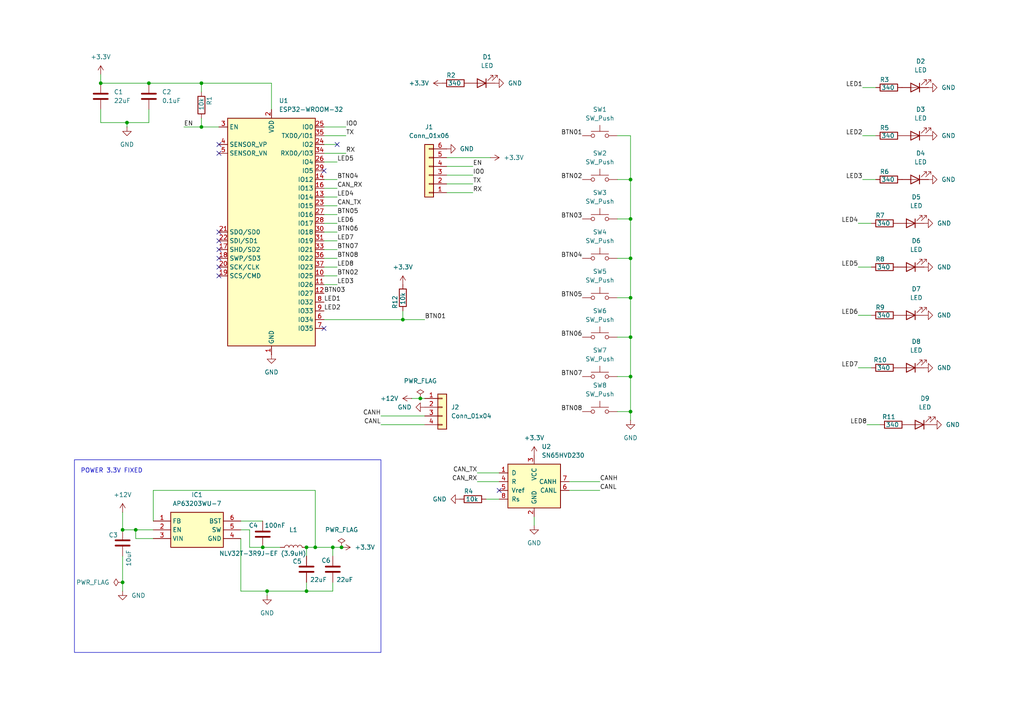
<source format=kicad_sch>
(kicad_sch (version 20250114) (generator "eeschema") (generator_version "9.0")
  (paper "A4")
  (lib_symbols
    (symbol "Connector_Generic:Conn_01x04" (pin_names (offset 1.016) (hide yes))
      (property "Reference" "J" (at 0 5.08 0))
      (property "Value" "Conn_01x04" (at 0 -7.62 0))
      (symbol "Conn_01x04_1_1"
        (rectangle (start -1.27 3.81) (end 1.27 -6.35) (stroke (width 0.254)) (fill (type background)))
        (rectangle (start -1.27 2.667) (end 0 2.413) (stroke (width 0.1524)))
        (rectangle (start -1.27 0.127) (end 0 -0.127) (stroke (width 0.1524)))
        (rectangle (start -1.27 -2.413) (end 0 -2.667) (stroke (width 0.1524)))
        (rectangle (start -1.27 -4.953) (end 0 -5.207) (stroke (width 0.1524)))
        (pin passive line (at -5.08 2.54 0) (length 3.81) (name "Pin_1") (number "1"))
        (pin passive line (at -5.08 0 0) (length 3.81) (name "Pin_2") (number "2"))
        (pin passive line (at -5.08 -2.54 0) (length 3.81) (name "Pin_3") (number "3"))
        (pin passive line (at -5.08 -5.08 0) (length 3.81) (name "Pin_4") (number "4"))
      )
    )
    (symbol "Connector_Generic:Conn_01x06" (pin_names (offset 1.016) (hide yes))
      (property "Reference" "J" (at 0 7.62 0))
      (property "Value" "Conn_01x06" (at 0 -10.16 0))
      (symbol "Conn_01x06_1_1"
        (rectangle (start -1.27 6.35) (end 1.27 -8.89) (stroke (width 0.254)) (fill (type background)))
        (rectangle (start -1.27 5.207) (end 0 4.953) (stroke (width 0.1524)))
        (rectangle (start -1.27 2.667) (end 0 2.413) (stroke (width 0.1524)))
        (rectangle (start -1.27 0.127) (end 0 -0.127) (stroke (width 0.1524)))
        (rectangle (start -1.27 -2.413) (end 0 -2.667) (stroke (width 0.1524)))
        (rectangle (start -1.27 -4.953) (end 0 -5.207) (stroke (width 0.1524)))
        (rectangle (start -1.27 -7.493) (end 0 -7.747) (stroke (width 0.1524)))
        (pin passive line (at -5.08 5.08 0) (length 3.81) (name "Pin_1") (number "1"))
        (pin passive line (at -5.08 2.54 0) (length 3.81) (name "Pin_2") (number "2"))
        (pin passive line (at -5.08 0 0) (length 3.81) (name "Pin_3") (number "3"))
        (pin passive line (at -5.08 -2.54 0) (length 3.81) (name "Pin_4") (number "4"))
        (pin passive line (at -5.08 -5.08 0) (length 3.81) (name "Pin_5") (number "5"))
        (pin passive line (at -5.08 -7.62 0) (length 3.81) (name "Pin_6") (number "6"))
      )
    )
    (symbol "Converter_DCDC:AP63203WU-7"
      (property "Reference" "IC" (at 21.59 7.62 0))
      (property "Value" "AP63203WU-7" (at 21.59 5.08 0))
      (symbol "AP63203WU-7_1_1"
        (rectangle (start 5.08 2.54) (end 20.32 -7.62) (stroke (width 0.254)) (fill (type background)))
        (pin passive line (at 0 0 0) (length 5.08) (name "FB") (number "1"))
        (pin passive line (at 0 -2.54 0) (length 5.08) (name "EN") (number "2"))
        (pin passive line (at 0 -5.08 0) (length 5.08) (name "VIN") (number "3"))
        (pin passive line (at 25.4 0 180) (length 5.08) (name "BST") (number "6"))
        (pin passive line (at 25.4 -2.54 180) (length 5.08) (name "SW") (number "5"))
        (pin passive line (at 25.4 -5.08 180) (length 5.08) (name "GND") (number "4"))
      )
    )
    (symbol "Device:C" (pin_numbers (hide yes)) (pin_names (offset 0.254))
      (property "Reference" "C" (at 0.635 2.54 0))
      (property "Value" "C" (at 0.635 -2.54 0))
      (symbol "C_0_1"
        (polyline (pts (xy -2.032 0.762) (xy 2.032 0.762)) (stroke (width 0.508)))
        (polyline (pts (xy -2.032 -0.762) (xy 2.032 -0.762)) (stroke (width 0.508)))
      )
      (symbol "C_1_1"
        (pin passive line (at 0 3.81 270) (length 2.794) (name "~") (number "1"))
        (pin passive line (at 0 -3.81 90) (length 2.794) (name "~") (number "2"))
      )
    )
    (symbol "Device:L" (pin_numbers (hide yes)) (pin_names (offset 1.016) (hide yes))
      (property "Reference" "L" (at -1.27 0 90))
      (property "Value" "L" (at 1.905 0 90))
      (symbol "L_0_1"
        (arc (start 0 2.54) (mid 0.6323 1.905) (end 0 1.27))
        (arc (start 0 1.27) (mid 0.6323 0.635) (end 0 0))
        (arc (start 0 0) (mid 0.6323 -0.635) (end 0 -1.27))
        (arc (start 0 -1.27) (mid 0.6323 -1.905) (end 0 -2.54))
      )
      (symbol "L_1_1"
        (pin passive line (at 0 3.81 270) (length 1.27) (name "1") (number "1"))
        (pin passive line (at 0 -3.81 90) (length 1.27) (name "2") (number "2"))
      )
    )
    (symbol "Device:LED" (pin_numbers (hide yes)) (pin_names (offset 1.016) (hide yes))
      (property "Reference" "D" (at 0 2.54 0))
      (property "Value" "LED" (at 0 -2.54 0))
      (symbol "LED_0_1"
        (polyline (pts (xy -3.048 -0.762) (xy -4.572 -2.286) (xy -3.81 -2.286) (xy -4.572 -2.286) (xy -4.572 -1.524)))
        (polyline (pts (xy -1.778 -0.762) (xy -3.302 -2.286) (xy -2.54 -2.286) (xy -3.302 -2.286) (xy -3.302 -1.524)))
        (polyline (pts (xy -1.27 0) (xy 1.27 0)))
        (polyline (pts (xy -1.27 -1.27) (xy -1.27 1.27)) (stroke (width 0.254)))
        (polyline (pts (xy 1.27 -1.27) (xy 1.27 1.27) (xy -1.27 0) (xy 1.27 -1.27)) (stroke (width 0.254)))
      )
      (symbol "LED_1_1"
        (pin passive line (at -3.81 0 0) (length 2.54) (name "K") (number "1"))
        (pin passive line (at 3.81 0 180) (length 2.54) (name "A") (number "2"))
      )
    )
    (symbol "Device:R" (pin_numbers (hide yes)) (pin_names (offset 0))
      (property "Reference" "R" (at 2.032 0 90))
      (property "Value" "R" (at 0 0 90))
      (symbol "R_0_1"
        (rectangle (start -1.016 -2.54) (end 1.016 2.54) (stroke (width 0.254)))
      )
      (symbol "R_1_1"
        (pin passive line (at 0 3.81 270) (length 1.27) (name "~") (number "1"))
        (pin passive line (at 0 -3.81 90) (length 1.27) (name "~") (number "2"))
      )
    )
    (symbol "Interface_CAN_LIN:SN65HVD230" (pin_names (offset 1.016))
      (property "Reference" "U" (at -2.54 10.16 0))
      (property "Value" "SN65HVD230" (at -2.54 7.62 0))
      (symbol "SN65HVD230_0_1"
        (rectangle (start -7.62 5.08) (end 7.62 -7.62) (stroke (width 0.254)) (fill (type background)))
      )
      (symbol "SN65HVD230_1_1"
        (pin input line (at -10.16 2.54 0) (length 2.54) (name "D") (number "1"))
        (pin output line (at -10.16 0 0) (length 2.54) (name "R") (number "4"))
        (pin output line (at -10.16 -2.54 0) (length 2.54) (name "Vref") (number "5"))
        (pin input line (at -10.16 -5.08 0) (length 2.54) (name "Rs") (number "8"))
        (pin power_in line (at 0 7.62 270) (length 2.54) (name "VCC") (number "3"))
        (pin power_in line (at 0 -10.16 90) (length 2.54) (name "GND") (number "2"))
        (pin bidirectional line (at 10.16 0 180) (length 2.54) (name "CANH") (number "7"))
        (pin bidirectional line (at 10.16 -2.54 180) (length 2.54) (name "CANL") (number "6"))
      )
    )
    (symbol "RF_Module:ESP32-WROOM-32"
      (property "Reference" "U" (at -12.7 34.29 0))
      (property "Value" "ESP32-WROOM-32" (at 1.27 34.29 0))
      (symbol "ESP32-WROOM-32_0_1"
        (rectangle (start -12.7 33.02) (end 12.7 -33.02) (stroke (width 0.254)) (fill (type background)))
      )
      (symbol "ESP32-WROOM-32_1_1"
        (pin input line (at -15.24 30.48 0) (length 2.54) (name "EN") (number "3"))
        (pin input line (at -15.24 25.4 0) (length 2.54) (name "SENSOR_VP") (number "4"))
        (pin input line (at -15.24 22.86 0) (length 2.54) (name "SENSOR_VN") (number "5"))
        (pin bidirectional line (at -15.24 0 0) (length 2.54) (name "SDO/SD0") (number "21"))
        (pin bidirectional line (at -15.24 -2.54 0) (length 2.54) (name "SDI/SD1") (number "22"))
        (pin bidirectional line (at -15.24 -5.08 0) (length 2.54) (name "SHD/SD2") (number "17"))
        (pin bidirectional line (at -15.24 -7.62 0) (length 2.54) (name "SWP/SD3") (number "18"))
        (pin bidirectional line (at -15.24 -10.16 0) (length 2.54) (name "SCK/CLK") (number "20"))
        (pin bidirectional line (at -15.24 -12.7 0) (length 2.54) (name "SCS/CMD") (number "19"))
        (pin no_connect line (at -12.7 -27.94 0) (length 2.54) (hide yes) (name "NC") (number "32"))
        (pin power_in line (at 0 35.56 270) (length 2.54) (name "VDD") (number "2"))
        (pin power_in line (at 0 -35.56 90) (length 2.54) (name "GND") (number "1"))
        (pin passive line (at 0 -35.56 90) (length 2.54) (hide yes) (name "GND") (number "15"))
        (pin passive line (at 0 -35.56 90) (length 2.54) (hide yes) (name "GND") (number "38"))
        (pin passive line (at 0 -35.56 90) (length 2.54) (hide yes) (name "GND") (number "39"))
        (pin bidirectional line (at 15.24 30.48 180) (length 2.54) (name "IO0") (number "25"))
        (pin bidirectional line (at 15.24 27.94 180) (length 2.54) (name "TXD0/IO1") (number "35"))
        (pin bidirectional line (at 15.24 25.4 180) (length 2.54) (name "IO2") (number "24"))
        (pin bidirectional line (at 15.24 22.86 180) (length 2.54) (name "RXD0/IO3") (number "34"))
        (pin bidirectional line (at 15.24 20.32 180) (length 2.54) (name "IO4") (number "26"))
        (pin bidirectional line (at 15.24 17.78 180) (length 2.54) (name "IO5") (number "29"))
        (pin bidirectional line (at 15.24 15.24 180) (length 2.54) (name "IO12") (number "14"))
        (pin bidirectional line (at 15.24 12.7 180) (length 2.54) (name "IO13") (number "16"))
        (pin bidirectional line (at 15.24 10.16 180) (length 2.54) (name "IO14") (number "13"))
        (pin bidirectional line (at 15.24 7.62 180) (length 2.54) (name "IO15") (number "23"))
        (pin bidirectional line (at 15.24 5.08 180) (length 2.54) (name "IO16") (number "27"))
        (pin bidirectional line (at 15.24 2.54 180) (length 2.54) (name "IO17") (number "28"))
        (pin bidirectional line (at 15.24 0 180) (length 2.54) (name "IO18") (number "30"))
        (pin bidirectional line (at 15.24 -2.54 180) (length 2.54) (name "IO19") (number "31"))
        (pin bidirectional line (at 15.24 -5.08 180) (length 2.54) (name "IO21") (number "33"))
        (pin bidirectional line (at 15.24 -7.62 180) (length 2.54) (name "IO22") (number "36"))
        (pin bidirectional line (at 15.24 -10.16 180) (length 2.54) (name "IO23") (number "37"))
        (pin bidirectional line (at 15.24 -12.7 180) (length 2.54) (name "IO25") (number "10"))
        (pin bidirectional line (at 15.24 -15.24 180) (length 2.54) (name "IO26") (number "11"))
        (pin bidirectional line (at 15.24 -17.78 180) (length 2.54) (name "IO27") (number "12"))
        (pin bidirectional line (at 15.24 -20.32 180) (length 2.54) (name "IO32") (number "8"))
        (pin bidirectional line (at 15.24 -22.86 180) (length 2.54) (name "IO33") (number "9"))
        (pin input line (at 15.24 -25.4 180) (length 2.54) (name "IO34") (number "6"))
        (pin input line (at 15.24 -27.94 180) (length 2.54) (name "IO35") (number "7"))
      )
    )
    (symbol "Switch:SW_Push" (pin_numbers (hide yes)) (pin_names (offset 1.016) (hide yes))
      (property "Reference" "SW" (at 1.27 2.54 0))
      (property "Value" "SW_Push" (at 0 -1.524 0))
      (symbol "SW_Push_0_1"
        (circle (center -2.032 0) (radius 0.508))
        (polyline (pts (xy 0 1.27) (xy 0 3.048)))
        (circle (center 2.032 0) (radius 0.508))
        (polyline (pts (xy 2.54 1.27) (xy -2.54 1.27)))
        (pin passive line (at -5.08 0 0) (length 2.54) (name "1") (number "1"))
        (pin passive line (at 5.08 0 180) (length 2.54) (name "2") (number "2"))
      )
    )
    (symbol "power:+12V" (power) (pin_numbers (hide yes)) (pin_names (offset 0) (hide yes))
      (property "Value" "+12V" (at 0 3.556 0))
      (symbol "+12V_0_1"
        (polyline (pts (xy -0.762 1.27) (xy 0 2.54)))
        (polyline (pts (xy 0 2.54) (xy 0.762 1.27)))
        (polyline (pts (xy 0 0) (xy 0 2.54)))
      )
      (symbol "+12V_1_1"
        (pin power_in line (at 0 0 90) (length 0) (name "~") (number "1"))
      )
    )
    (symbol "power:+3.3V" (power) (pin_numbers (hide yes)) (pin_names (offset 0) (hide yes))
      (property "Value" "+3.3V" (at 0 3.556 0))
      (symbol "+3.3V_0_1"
        (polyline (pts (xy -0.762 1.27) (xy 0 2.54)))
        (polyline (pts (xy 0 2.54) (xy 0.762 1.27)))
        (polyline (pts (xy 0 0) (xy 0 2.54)))
      )
      (symbol "+3.3V_1_1"
        (pin power_in line (at 0 0 90) (length 0) (name "~") (number "1"))
      )
    )
    (symbol "power:GND" (power) (pin_numbers (hide yes)) (pin_names (offset 0) (hide yes))
      (property "Value" "GND" (at 0 -3.81 0))
      (symbol "GND_0_1"
        (polyline (pts (xy 0 0) (xy 0 -1.27) (xy 1.27 -1.27) (xy 0 -2.54) (xy -1.27 -1.27) (xy 0 -1.27)))
      )
      (symbol "GND_1_1"
        (pin power_in line (at 0 0 270) (length 0) (name "~") (number "1"))
      )
    )
    (symbol "power:PWR_FLAG" (power) (pin_numbers (hide yes)) (pin_names (offset 0) (hide yes))
      (property "Value" "PWR_FLAG" (at 0 3.81 0))
      (symbol "PWR_FLAG_0_0"
        (pin power_out line (at 0 0 90) (length 0) (name "~") (number "1"))
      )
      (symbol "PWR_FLAG_0_1"
        (polyline (pts (xy 0 0) (xy 0 1.27) (xy -1.016 1.905) (xy 0 2.54) (xy 1.016 1.905) (xy 0 1.27)))
      )
    )
  )
  (rectangle (start 21.59 133.35) (end 110.49 189.23))
  (text "POWER 3.3V FIXED" (at 23.368 135.89 0) (effects (font (size 1.27 1.27)) (justify left top)))
  (junction (at 58.42 36.83))
  (junction (at 182.88 97.79))
  (junction (at 182.88 109.22))
  (junction (at 35.56 153.67))
  (junction (at 36.83 35.56))
  (junction (at 58.42 24.13))
  (junction (at 88.9 171.45))
  (junction (at 88.9 158.75))
  (junction (at 39.37 153.67))
  (junction (at 29.21 24.13))
  (junction (at 96.52 158.75))
  (junction (at 182.88 74.93))
  (junction (at 182.88 63.5))
  (junction (at 91.44 158.75))
  (junction (at 35.56 168.91))
  (junction (at 182.88 86.36))
  (junction (at 182.88 52.07))
  (junction (at 76.2 158.75))
  (junction (at 116.84 92.71))
  (junction (at 99.06 158.75))
  (junction (at 182.88 119.38))
  (junction (at 121.92 115.57))
  (junction (at 77.47 171.45))
  (junction (at 43.18 24.13))
  (no_connect (at 63.5 67.31))
  (no_connect (at 63.5 44.45))
  (no_connect (at 63.5 77.47))
  (no_connect (at 63.5 41.91))
  (no_connect (at 63.5 80.01))
  (no_connect (at 144.78 142.24))
  (no_connect (at 63.5 74.93))
  (no_connect (at 97.79 41.91))
  (no_connect (at 93.98 49.53))
  (no_connect (at 63.5 72.39))
  (no_connect (at 93.98 95.25))
  (no_connect (at 63.5 69.85))
  (wire (pts (xy 179.07 119.38) (xy 182.88 119.38)))
  (wire (pts (xy 44.45 142.24) (xy 44.45 151.13)))
  (wire (pts (xy 138.43 139.7) (xy 144.78 139.7)))
  (wire (pts (xy 179.07 63.5) (xy 182.88 63.5)))
  (wire (pts (xy 35.56 168.91) (xy 35.56 171.45)))
  (wire (pts (xy 250.19 25.4) (xy 254 25.4)))
  (wire (pts (xy 69.85 151.13) (xy 76.2 151.13)))
  (wire (pts (xy 123.19 92.71) (xy 116.84 92.71)))
  (wire (pts (xy 179.07 97.79) (xy 182.88 97.79)))
  (wire (pts (xy 182.88 74.93) (xy 182.88 86.36)))
  (wire (pts (xy 182.88 86.36) (xy 182.88 97.79)))
  (wire (pts (xy 182.88 52.07) (xy 182.88 63.5)))
  (wire (pts (xy 69.85 153.67) (xy 72.39 153.67)))
  (wire (pts (xy 69.85 171.45) (xy 77.47 171.45)))
  (wire (pts (xy 182.88 109.22) (xy 182.88 119.38)))
  (wire (pts (xy 39.37 153.67) (xy 44.45 153.67)))
  (wire (pts (xy 96.52 168.91) (xy 96.52 171.45)))
  (wire (pts (xy 58.42 34.29) (xy 58.42 36.83)))
  (wire (pts (xy 72.39 153.67) (xy 72.39 158.75)))
  (wire (pts (xy 179.07 52.07) (xy 182.88 52.07)))
  (wire (pts (xy 29.21 35.56) (xy 36.83 35.56)))
  (wire (pts (xy 91.44 158.75) (xy 96.52 158.75)))
  (wire (pts (xy 88.9 168.91) (xy 88.9 171.45)))
  (wire (pts (xy 29.21 21.59) (xy 29.21 24.13)))
  (wire (pts (xy 36.83 35.56) (xy 36.83 36.83)))
  (wire (pts (xy 250.19 39.37) (xy 254 39.37)))
  (wire (pts (xy 77.47 171.45) (xy 88.9 171.45)))
  (wire (pts (xy 93.98 41.91) (xy 97.79 41.91)))
  (wire (pts (xy 97.79 80.01) (xy 93.98 80.01)))
  (wire (pts (xy 58.42 24.13) (xy 78.74 24.13)))
  (wire (pts (xy 39.37 156.21) (xy 44.45 156.21)))
  (wire (pts (xy 72.39 158.75) (xy 76.2 158.75)))
  (wire (pts (xy 29.21 24.13) (xy 43.18 24.13)))
  (wire (pts (xy 97.79 74.93) (xy 93.98 74.93)))
  (wire (pts (xy 138.43 137.16) (xy 144.78 137.16)))
  (wire (pts (xy 35.56 153.67) (xy 39.37 153.67)))
  (wire (pts (xy 116.84 90.17) (xy 116.84 92.71)))
  (wire (pts (xy 58.42 26.67) (xy 58.42 24.13)))
  (wire (pts (xy 250.19 52.07) (xy 254 52.07)))
  (wire (pts (xy 96.52 158.75) (xy 99.06 158.75)))
  (wire (pts (xy 129.54 45.72) (xy 142.24 45.72)))
  (wire (pts (xy 137.16 55.88) (xy 129.54 55.88)))
  (wire (pts (xy 179.07 74.93) (xy 182.88 74.93)))
  (wire (pts (xy 43.18 24.13) (xy 58.42 24.13)))
  (wire (pts (xy 97.79 57.15) (xy 93.98 57.15)))
  (wire (pts (xy 97.79 64.77) (xy 93.98 64.77)))
  (wire (pts (xy 97.79 77.47) (xy 93.98 77.47)))
  (wire (pts (xy 97.79 82.55) (xy 93.98 82.55)))
  (wire (pts (xy 78.74 24.13) (xy 78.74 31.75)))
  (wire (pts (xy 248.92 106.68) (xy 252.73 106.68)))
  (wire (pts (xy 137.16 53.34) (xy 129.54 53.34)))
  (wire (pts (xy 248.92 77.47) (xy 252.73 77.47)))
  (wire (pts (xy 36.83 35.56) (xy 43.18 35.56)))
  (wire (pts (xy 93.98 44.45) (xy 100.33 44.45)))
  (wire (pts (xy 35.56 148.59) (xy 35.56 153.67)))
  (wire (pts (xy 91.44 142.24) (xy 44.45 142.24)))
  (wire (pts (xy 53.34 36.83) (xy 58.42 36.83)))
  (wire (pts (xy 154.94 152.4) (xy 154.94 149.86)))
  (wire (pts (xy 97.79 69.85) (xy 93.98 69.85)))
  (wire (pts (xy 173.99 142.24) (xy 165.1 142.24)))
  (wire (pts (xy 93.98 36.83) (xy 100.33 36.83)))
  (wire (pts (xy 77.47 171.45) (xy 77.47 172.72)))
  (wire (pts (xy 110.49 123.19) (xy 123.19 123.19)))
  (wire (pts (xy 97.79 59.69) (xy 93.98 59.69)))
  (wire (pts (xy 110.49 120.65) (xy 123.19 120.65)))
  (wire (pts (xy 182.88 63.5) (xy 182.88 74.93)))
  (wire (pts (xy 182.88 97.79) (xy 182.88 109.22)))
  (wire (pts (xy 182.88 39.37) (xy 182.88 52.07)))
  (wire (pts (xy 251.46 123.19) (xy 255.27 123.19)))
  (wire (pts (xy 121.92 115.57) (xy 123.19 115.57)))
  (wire (pts (xy 140.97 144.78) (xy 144.78 144.78)))
  (wire (pts (xy 93.98 39.37) (xy 100.33 39.37)))
  (wire (pts (xy 248.92 64.77) (xy 252.73 64.77)))
  (wire (pts (xy 88.9 171.45) (xy 96.52 171.45)))
  (wire (pts (xy 173.99 139.7) (xy 165.1 139.7)))
  (wire (pts (xy 97.79 46.99) (xy 93.98 46.99)))
  (wire (pts (xy 91.44 158.75) (xy 91.44 142.24)))
  (wire (pts (xy 97.79 72.39) (xy 93.98 72.39)))
  (wire (pts (xy 43.18 31.75) (xy 43.18 35.56)))
  (wire (pts (xy 76.2 158.75) (xy 81.28 158.75)))
  (wire (pts (xy 35.56 161.29) (xy 35.56 168.91)))
  (wire (pts (xy 179.07 86.36) (xy 182.88 86.36)))
  (wire (pts (xy 39.37 156.21) (xy 39.37 153.67)))
  (wire (pts (xy 96.52 161.29) (xy 96.52 158.75)))
  (wire (pts (xy 97.79 54.61) (xy 93.98 54.61)))
  (wire (pts (xy 179.07 109.22) (xy 182.88 109.22)))
  (wire (pts (xy 137.16 50.8) (xy 129.54 50.8)))
  (wire (pts (xy 29.21 31.75) (xy 29.21 35.56)))
  (wire (pts (xy 116.84 92.71) (xy 93.98 92.71)))
  (wire (pts (xy 137.16 48.26) (xy 129.54 48.26)))
  (wire (pts (xy 248.92 91.44) (xy 252.73 91.44)))
  (wire (pts (xy 119.38 115.57) (xy 121.92 115.57)))
  (wire (pts (xy 69.85 156.21) (xy 69.85 171.45)))
  (wire (pts (xy 182.88 119.38) (xy 182.88 121.92)))
  (wire (pts (xy 97.79 67.31) (xy 93.98 67.31)))
  (wire (pts (xy 97.79 52.07) (xy 93.98 52.07)))
  (wire (pts (xy 97.79 62.23) (xy 93.98 62.23)))
  (wire (pts (xy 58.42 36.83) (xy 63.5 36.83)))
  (wire (pts (xy 88.9 158.75) (xy 91.44 158.75)))
  (wire (pts (xy 179.07 39.37) (xy 182.88 39.37)))
  (wire (pts (xy 88.9 161.29) (xy 88.9 158.75)))
  (label "BTN07" (at 97.79 72.39 0))
  (label "BTN03" (at 93.98 85.09 0))
  (label "TX" (at 137.16 53.34 0))
  (label "BTN05" (at 97.79 62.23 0))
  (label "CANL" (at 110.49 123.19 180))
  (label "BTN08" (at 168.91 119.38 180))
  (label "LED2" (at 250.19 39.37 180))
  (label "BTN08" (at 97.79 74.93 0))
  (label "CAN_TX" (at 97.79 59.69 0))
  (label "CAN_TX" (at 138.43 137.16 180))
  (label "IO0" (at 100.33 36.83 0))
  (label "BTN07" (at 168.91 109.22 180))
  (label "BTN04" (at 168.91 74.93 180))
  (label "LED1" (at 93.98 87.63 0))
  (label "BTN04" (at 97.79 52.07 0))
  (label "LED6" (at 248.92 91.44 180))
  (label "CANL" (at 173.99 142.24 0))
  (label "LED5" (at 97.79 46.99 0))
  (label "RX" (at 137.16 55.88 0))
  (label "EN" (at 137.16 48.26 0))
  (label "BTN05" (at 168.91 86.36 180))
  (label "LED1" (at 250.19 25.4 180))
  (label "LED3" (at 250.19 52.07 180))
  (label "RX" (at 100.33 44.45 0))
  (label "CAN_RX" (at 97.79 54.61 0))
  (label "CAN_RX" (at 138.43 139.7 180))
  (label "LED2" (at 93.98 90.17 0))
  (label "LED7" (at 248.92 106.68 180))
  (label "LED4" (at 97.79 57.15 0))
  (label "LED4" (at 248.92 64.77 180))
  (label "TX" (at 100.33 39.37 0))
  (label "LED8" (at 251.46 123.19 180))
  (label "BTN02" (at 168.91 52.07 180))
  (label "CANH" (at 173.99 139.7 0))
  (label "LED3" (at 97.79 82.55 0))
  (label "IO0" (at 137.16 50.8 0))
  (label "BTN06" (at 97.79 67.31 0))
  (label "CANH" (at 110.49 120.65 180))
  (label "BTN03" (at 168.91 63.5 180))
  (label "BTN02" (at 97.79 80.01 0))
  (label "LED5" (at 248.92 77.47 180))
  (label "LED6" (at 97.79 64.77 0))
  (label "BTN01" (at 168.91 39.37 180))
  (label "BTN01" (at 123.19 92.71 0))
  (label "LED7" (at 97.79 69.85 0))
  (label "EN" (at 53.34 36.83 0))
  (label "LED8" (at 97.79 77.47 0))
  (label "BTN06" (at 168.91 97.79 180))
  (symbol (lib_id "Device:R") (at 257.81 52.07 90) (unit 1)
    (property "Reference" "R6" (at 256.54 49.784 90))
    (property "Value" "340" (at 257.556 52.07 90))
    (property "Footprint" "Resistor_SMD:R_1206_3216Metric_Pad1.30x1.75mm_HandSolder" (effects (hide yes)))
    (property "Description" "Resistor" (effects (hide yes)))
  )
  (symbol (lib_id "Device:C") (at 29.21 27.94 0) (unit 1)
    (property "Reference" "C1" (at 33.02 26.6699 0) (effects (justify left)))
    (property "Value" "22uF" (at 33.02 29.2099 0) (effects (justify left)))
    (property "Footprint" "Capacitor_SMD:C_1206_3216Metric_Pad1.33x1.80mm_HandSolder" (effects (hide yes)))
    (property "Description" "Unpolarized capacitor" (effects (hide yes)))
  )
  (symbol (lib_id "Device:LED") (at 264.16 77.47 180) (unit 1)
    (property "Reference" "D6" (at 265.7475 69.85 0))
    (property "Value" "LED" (at 265.7475 72.39 0))
    (property "Footprint" "LED_SMD:LED_1206_3216Metric_Pad1.42x1.75mm_HandSolder" (effects (hide yes)))
    (property "Description" "Light emitting diode" (effects (hide yes)))
    (property "Sim.Pins" "1=K 2=A" (effects (hide yes)))
  )
  (symbol (lib_id "power:GND") (at 182.88 121.92 0) (unit 1)
    (property "Reference" "#PWR025" (effects (hide yes)))
    (property "Value" "GND" (at 182.88 127 0))
    (property "Description" "Power symbol creates a global label with name \"GND\" , ground" (effects (hide yes)))
  )
  (symbol (lib_id "power:GND") (at 267.97 64.77 90) (unit 1)
    (property "Reference" "#PWR018" (effects (hide yes)))
    (property "Value" "GND" (at 271.78 64.7699 90) (effects (justify right)))
    (property "Description" "Power symbol creates a global label with name \"GND\" , ground" (effects (hide yes)))
  )
  (symbol (lib_id "Switch:SW_Push") (at 173.99 97.79 0) (unit 1)
    (property "Reference" "SW6" (at 173.99 90.17 0))
    (property "Value" "SW_Push" (at 173.99 92.71 0))
    (property "Footprint" "Button_Switch_THT:SW_PUSH_6mm" (effects (hide yes)))
    (property "Description" "Push button switch, generic, two pins" (effects (hide yes)))
  )
  (symbol (lib_id "Device:LED") (at 265.43 52.07 180) (unit 1)
    (property "Reference" "D4" (at 267.0175 44.45 0))
    (property "Value" "LED" (at 267.0175 46.99 0))
    (property "Footprint" "LED_SMD:LED_1206_3216Metric_Pad1.42x1.75mm_HandSolder" (effects (hide yes)))
    (property "Description" "Light emitting diode" (effects (hide yes)))
    (property "Sim.Pins" "1=K 2=A" (effects (hide yes)))
  )
  (symbol (lib_id "Device:C") (at 43.18 27.94 0) (unit 1)
    (property "Reference" "C2" (at 46.99 26.6699 0) (effects (justify left)))
    (property "Value" "0.1uF" (at 46.99 29.2099 0) (effects (justify left)))
    (property "Footprint" "Capacitor_SMD:C_1206_3216Metric_Pad1.33x1.80mm_HandSolder" (effects (hide yes)))
    (property "Description" "Unpolarized capacitor" (effects (hide yes)))
  )
  (symbol (lib_id "Device:R") (at 116.84 86.36 180) (unit 1)
    (property "Reference" "R12" (at 114.554 87.63 90))
    (property "Value" "10k" (at 116.84 86.614 90))
    (property "Footprint" "Resistor_SMD:R_1206_3216Metric_Pad1.30x1.75mm_HandSolder" (effects (hide yes)))
    (property "Description" "Resistor" (effects (hide yes)))
  )
  (symbol (lib_id "Switch:SW_Push") (at 173.99 39.37 0) (unit 1)
    (property "Reference" "SW1" (at 173.99 31.75 0))
    (property "Value" "SW_Push" (at 173.99 34.29 0))
    (property "Footprint" "Button_Switch_THT:SW_PUSH_6mm" (effects (hide yes)))
    (property "Description" "Push button switch, generic, two pins" (effects (hide yes)))
  )
  (symbol (lib_id "Device:R") (at 259.08 123.19 90) (unit 1)
    (property "Reference" "R11" (at 257.81 120.904 90))
    (property "Value" "340" (at 258.826 123.19 90))
    (property "Footprint" "Resistor_SMD:R_1206_3216Metric_Pad1.30x1.75mm_HandSolder" (effects (hide yes)))
    (property "Description" "Resistor" (effects (hide yes)))
  )
  (symbol (lib_id "Device:LED") (at 265.43 25.4 180) (unit 1)
    (property "Reference" "D2" (at 267.0175 17.78 0))
    (property "Value" "LED" (at 267.0175 20.32 0))
    (property "Footprint" "LED_SMD:LED_1206_3216Metric_Pad1.42x1.75mm_HandSolder" (effects (hide yes)))
    (property "Description" "Light emitting diode" (effects (hide yes)))
    (property "Sim.Pins" "1=K 2=A" (effects (hide yes)))
  )
  (symbol (lib_id "Device:LED") (at 264.16 64.77 180) (unit 1)
    (property "Reference" "D5" (at 265.7475 57.15 0))
    (property "Value" "LED" (at 265.7475 59.69 0))
    (property "Footprint" "LED_SMD:LED_1206_3216Metric_Pad1.42x1.75mm_HandSolder" (effects (hide yes)))
    (property "Description" "Light emitting diode" (effects (hide yes)))
    (property "Sim.Pins" "1=K 2=A" (effects (hide yes)))
  )
  (symbol (lib_id "Switch:SW_Push") (at 173.99 109.22 0) (unit 1)
    (property "Reference" "SW7" (at 173.99 101.6 0))
    (property "Value" "SW_Push" (at 173.99 104.14 0))
    (property "Footprint" "Button_Switch_THT:SW_PUSH_6mm" (effects (hide yes)))
    (property "Description" "Push button switch, generic, two pins" (effects (hide yes)))
  )
  (symbol (lib_id "Device:R") (at 132.08 24.13 90) (unit 1)
    (property "Reference" "R2" (at 130.81 21.844 90))
    (property "Value" "340" (at 131.826 24.13 90))
    (property "Footprint" "Resistor_SMD:R_1206_3216Metric_Pad1.30x1.75mm_HandSolder" (effects (hide yes)))
    (property "Description" "Resistor" (effects (hide yes)))
  )
  (symbol (lib_id "power:GND") (at 133.35 144.78 270) (unit 1)
    (property "Reference" "#PWR012" (effects (hide yes)))
    (property "Value" "GND" (at 129.54 144.7799 90) (effects (justify right)))
    (property "Description" "Power symbol creates a global label with name \"GND\" , ground" (effects (hide yes)))
  )
  (symbol (lib_id "Device:L") (at 85.09 158.75 90) (unit 1)
    (property "Reference" "L1" (at 85.09 153.67 90))
    (property "Value" "NLV32T-3R9J-EF (3.9uH)" (at 76.2 160.528 90))
    (property "Footprint" "CustomLibraries:INDM3225X240N" (effects (hide yes)))
    (property "Datasheet" "https://product.tdk.com/system/files/dam/doc/product/inductor/inductor/smd/catalog/inductor_commercial_standard_nlv32-ef_en.pdf?ref_disty=mouser" (effects (hide yes)))
    (property "Description" "Mouser: NLV32T-3R9J-EF" (effects (hide yes)))
  )
  (symbol (lib_id "power:GND") (at 269.24 25.4 90) (unit 1)
    (property "Reference" "#PWR010" (effects (hide yes)))
    (property "Value" "GND" (at 273.05 25.3999 90) (effects (justify right)))
    (property "Description" "Power symbol creates a global label with name \"GND\" , ground" (effects (hide yes)))
  )
  (symbol (lib_id "power:GND") (at 123.19 118.11 270) (unit 1)
    (property "Reference" "#PWR07" (effects (hide yes)))
    (property "Value" "GND" (at 119.38 118.1099 90) (effects (justify right)))
    (property "Description" "Power symbol creates a global label with name \"GND\" , ground" (effects (hide yes)))
  )
  (symbol (lib_id "Device:LED") (at 266.7 123.19 180) (unit 1)
    (property "Reference" "D9" (at 268.2875 115.57 0))
    (property "Value" "LED" (at 268.2875 118.11 0))
    (property "Footprint" "LED_SMD:LED_1206_3216Metric_Pad1.42x1.75mm_HandSolder" (effects (hide yes)))
    (property "Description" "Light emitting diode" (effects (hide yes)))
    (property "Sim.Pins" "1=K 2=A" (effects (hide yes)))
  )
  (symbol (lib_id "power:GND") (at 269.24 39.37 90) (unit 1)
    (property "Reference" "#PWR016" (effects (hide yes)))
    (property "Value" "GND" (at 273.05 39.3699 90) (effects (justify right)))
    (property "Description" "Power symbol creates a global label with name \"GND\" , ground" (effects (hide yes)))
  )
  (symbol (lib_id "power:GND") (at 267.97 91.44 90) (unit 1)
    (property "Reference" "#PWR022" (effects (hide yes)))
    (property "Value" "GND" (at 271.78 91.4399 90) (effects (justify right)))
    (property "Description" "Power symbol creates a global label with name \"GND\" , ground" (effects (hide yes)))
  )
  (symbol (lib_id "Connector_Generic:Conn_01x04") (at 128.27 118.11 0) (unit 1)
    (property "Reference" "J2" (at 130.81 118.1099 0) (effects (justify left)))
    (property "Value" "Conn_01x04" (at 130.81 120.6499 0) (effects (justify left)))
    (property "Footprint" "CustomLibraries:CAN_PLUS_POWER" (effects (hide yes)))
    (property "Description" "Generic connector, single row, 01x04, script generated (kicad-library-utils/schlib/autogen/connector/)" (effects (hide yes)))
  )
  (symbol (lib_id "power:+3.3V") (at 142.24 45.72 270) (unit 1)
    (property "Reference" "#PWR04" (effects (hide yes)))
    (property "Value" "+3.3V" (at 146.05 45.7199 90) (effects (justify left)))
    (property "Description" "Power symbol creates a global label with name \"+3.3V\"" (effects (hide yes)))
  )
  (symbol (lib_id "Device:C") (at 35.56 157.48 0) (unit 1)
    (property "Reference" "C3" (at 31.496 155.194 0) (effects (justify left)))
    (property "Value" "10uF" (at 37.338 164.338 90) (effects (justify left)))
    (property "Footprint" "Capacitor_SMD:C_1206_3216Metric" (effects (hide yes)))
    (property "Description" "Unpolarized capacitor" (effects (hide yes)))
  )
  (symbol (lib_id "Converter_DCDC:AP63203WU-7") (at 44.45 151.13 0) (unit 1)
    (property "Reference" "IC1" (at 57.15 143.51 0))
    (property "Value" "AP63203WU-7" (at 57.15 146.05 0))
    (property "Footprint" "CustomLibraries:AP63203WU7" (effects (hide yes)))
    (property "Datasheet" "https://www.diodes.com/assets/Datasheets/AP63200-AP63201-AP63203-AP63205.pdf" (effects (hide yes)))
    (property "Description" "Switching Voltage Regulators DCDC Conv HV Buck TSOT26 T&R 3K" (effects (hide yes)))
    (property "Height" "1" (effects (hide yes)))
    (property "Mouser Part Number" "621-AP63203WU-7" (effects (hide yes)))
    (property "Mouser Price/Stock" "https://www.mouser.co.uk/ProductDetail/Diodes-Incorporated/AP63203WU-7?qs=u16ybLDytRZ1JqxbuLkMJw%3D%3D" (effects (hide yes)))
    (property "Manufacturer_Name" "Diodes Incorporated" (effects (hide yes)))
    (property "Manufacturer_Part_Number" "AP63203WU-7" (effects (hide yes)))
  )
  (symbol (lib_id "power:GND") (at 267.97 106.68 90) (unit 1)
    (property "Reference" "#PWR023" (effects (hide yes)))
    (property "Value" "GND" (at 271.78 106.6799 90) (effects (justify right)))
    (property "Description" "Power symbol creates a global label with name \"GND\" , ground" (effects (hide yes)))
  )
  (symbol (lib_id "power:+12V") (at 35.56 148.59 0) (unit 1)
    (property "Reference" "#PWR014" (effects (hide yes)))
    (property "Value" "+12V" (at 35.56 143.51 0))
    (property "Description" "Power symbol creates a global label with name \"+12V\"" (effects (hide yes)))
  )
  (symbol (lib_id "Device:C") (at 96.52 165.1 0) (unit 1)
    (property "Reference" "C6" (at 93.218 162.56 0) (effects (justify left)))
    (property "Value" "22uF" (at 97.536 168.148 0) (effects (justify left)))
    (property "Footprint" "Capacitor_SMD:C_1206_3216Metric_Pad1.33x1.80mm_HandSolder" (effects (hide yes)))
    (property "Description" "Unpolarized capacitor" (effects (hide yes)))
  )
  (symbol (lib_id "power:GND") (at 36.83 36.83 0) (unit 1)
    (property "Reference" "#PWR01" (effects (hide yes)))
    (property "Value" "GND" (at 36.83 41.91 0))
    (property "Description" "Power symbol creates a global label with name \"GND\" , ground" (effects (hide yes)))
  )
  (symbol (lib_id "power:PWR_FLAG") (at 99.06 158.75 0) (unit 1)
    (property "Reference" "#FLG05" (effects (hide yes)))
    (property "Value" "PWR_FLAG" (at 99.06 153.67 0))
    (property "Description" "Special symbol for telling ERC where power comes from" (effects (hide yes)))
  )
  (symbol (lib_id "Device:R") (at 256.54 77.47 90) (unit 1)
    (property "Reference" "R8" (at 255.27 75.184 90))
    (property "Value" "340" (at 256.286 77.47 90))
    (property "Footprint" "Resistor_SMD:R_1206_3216Metric_Pad1.30x1.75mm_HandSolder" (effects (hide yes)))
    (property "Description" "Resistor" (effects (hide yes)))
  )
  (symbol (lib_id "Device:LED") (at 265.43 39.37 180) (unit 1)
    (property "Reference" "D3" (at 267.0175 31.75 0))
    (property "Value" "LED" (at 267.0175 34.29 0))
    (property "Footprint" "LED_SMD:LED_1206_3216Metric_Pad1.42x1.75mm_HandSolder" (effects (hide yes)))
    (property "Description" "Light emitting diode" (effects (hide yes)))
    (property "Sim.Pins" "1=K 2=A" (effects (hide yes)))
  )
  (symbol (lib_id "Switch:SW_Push") (at 173.99 119.38 0) (unit 1)
    (property "Reference" "SW8" (at 173.99 111.76 0))
    (property "Value" "SW_Push" (at 173.99 114.3 0))
    (property "Footprint" "Button_Switch_THT:SW_PUSH_6mm" (effects (hide yes)))
    (property "Description" "Push button switch, generic, two pins" (effects (hide yes)))
  )
  (symbol (lib_id "Connector_Generic:Conn_01x06") (at 124.46 50.8 180) (unit 1)
    (property "Reference" "J1" (at 124.46 36.83 0))
    (property "Value" "Conn_01x06" (at 124.46 39.37 0))
    (property "Footprint" "Connector_PinHeader_2.54mm:PinHeader_1x06_P2.54mm_Horizontal" (effects (hide yes)))
    (property "Description" "Generic connector, single row, 01x06, script generated (kicad-library-utils/schlib/autogen/connector/)" (effects (hide yes)))
  )
  (symbol (lib_id "power:+3.3V") (at 116.84 82.55 0) (unit 1)
    (property "Reference" "#PWR026" (effects (hide yes)))
    (property "Value" "+3.3V" (at 116.84 77.47 0))
    (property "Description" "Power symbol creates a global label with name \"+3.3V\"" (effects (hide yes)))
  )
  (symbol (lib_id "Device:C") (at 88.9 165.1 0) (unit 1)
    (property "Reference" "C5" (at 84.836 162.814 0) (effects (justify left)))
    (property "Value" "22uF" (at 89.916 168.148 0) (effects (justify left)))
    (property "Footprint" "Capacitor_SMD:C_1206_3216Metric_Pad1.33x1.80mm_HandSolder" (effects (hide yes)))
    (property "Description" "Unpolarized capacitor" (effects (hide yes)))
  )
  (symbol (lib_id "power:+3.3V") (at 29.21 21.59 0) (unit 1)
    (property "Reference" "#PWR02" (effects (hide yes)))
    (property "Value" "+3.3V" (at 29.21 16.51 0))
    (property "Description" "Power symbol creates a global label with name \"+3.3V\"" (effects (hide yes)))
  )
  (symbol (lib_id "power:+12V") (at 119.38 115.57 90) (unit 1)
    (property "Reference" "#PWR06" (effects (hide yes)))
    (property "Value" "+12V" (at 115.57 115.5699 90) (effects (justify left)))
    (property "Description" "Power symbol creates a global label with name \"+12V\"" (effects (hide yes)))
  )
  (symbol (lib_id "Device:R") (at 256.54 91.44 90) (unit 1)
    (property "Reference" "R9" (at 255.27 89.154 90))
    (property "Value" "340" (at 256.286 91.44 90))
    (property "Footprint" "Resistor_SMD:R_1206_3216Metric_Pad1.30x1.75mm_HandSolder" (effects (hide yes)))
    (property "Description" "Resistor" (effects (hide yes)))
  )
  (symbol (lib_id "Device:LED") (at 139.7 24.13 180) (unit 1)
    (property "Reference" "D1" (at 141.2875 16.51 0))
    (property "Value" "LED" (at 141.2875 19.05 0))
    (property "Footprint" "LED_SMD:LED_1206_3216Metric_Pad1.42x1.75mm_HandSolder" (effects (hide yes)))
    (property "Description" "Light emitting diode" (effects (hide yes)))
    (property "Sim.Pins" "1=K 2=A" (effects (hide yes)))
  )
  (symbol (lib_id "power:GND") (at 270.51 123.19 90) (unit 1)
    (property "Reference" "#PWR024" (effects (hide yes)))
    (property "Value" "GND" (at 274.32 123.1899 90) (effects (justify right)))
    (property "Description" "Power symbol creates a global label with name \"GND\" , ground" (effects (hide yes)))
  )
  (symbol (lib_id "Switch:SW_Push") (at 173.99 86.36 0) (unit 1)
    (property "Reference" "SW5" (at 173.99 78.74 0))
    (property "Value" "SW_Push" (at 173.99 81.28 0))
    (property "Footprint" "Button_Switch_THT:SW_PUSH_6mm" (effects (hide yes)))
    (property "Description" "Push button switch, generic, two pins" (effects (hide yes)))
  )
  (symbol (lib_id "power:GND") (at 35.56 171.45 0) (unit 1)
    (property "Reference" "#PWR015" (effects (hide yes)))
    (property "Value" "GND" (at 38.1 172.7199 0) (effects (justify left)))
    (property "Description" "Power symbol creates a global label with name \"GND\" , ground" (effects (hide yes)))
  )
  (symbol (lib_id "RF_Module:ESP32-WROOM-32") (at 78.74 67.31 0) (unit 1)
    (property "Reference" "U1" (at 80.8833 29.21 0) (effects (justify left)))
    (property "Value" "ESP32-WROOM-32" (at 80.8833 31.75 0) (effects (justify left)))
    (property "Footprint" "RF_Module:ESP32-WROOM-32U" (effects (hide yes)))
    (property "Datasheet" "https://www.espressif.com/sites/default/files/documentation/esp32-wroom-32_datasheet_en.pdf" (effects (hide yes)))
    (property "Description" "RF Module, ESP32-D0WDQ6 SoC, Wi-Fi 802.11b/g/n, Bluetooth, BLE, 32-bit, 2.7-3.6V, onboard antenna, SMD" (effects (hide yes)))
  )
  (symbol (lib_id "power:+3.3V") (at 99.06 158.75 270) (unit 1)
    (property "Reference" "#PWR021" (effects (hide yes)))
    (property "Value" "+3.3V" (at 102.87 158.7499 90) (effects (justify left)))
    (property "Description" "Power symbol creates a global label with name \"+3.3V\"" (effects (hide yes)))
  )
  (symbol (lib_id "Device:R") (at 256.54 64.77 90) (unit 1)
    (property "Reference" "R7" (at 255.27 62.484 90))
    (property "Value" "340" (at 256.286 64.77 90))
    (property "Footprint" "Resistor_SMD:R_1206_3216Metric_Pad1.30x1.75mm_HandSolder" (effects (hide yes)))
    (property "Description" "Resistor" (effects (hide yes)))
  )
  (symbol (lib_id "Device:LED") (at 264.16 106.68 180) (unit 1)
    (property "Reference" "D8" (at 265.7475 99.06 0))
    (property "Value" "LED" (at 265.7475 101.6 0))
    (property "Footprint" "LED_SMD:LED_1206_3216Metric_Pad1.42x1.75mm_HandSolder" (effects (hide yes)))
    (property "Description" "Light emitting diode" (effects (hide yes)))
    (property "Sim.Pins" "1=K 2=A" (effects (hide yes)))
  )
  (symbol (lib_id "Switch:SW_Push") (at 173.99 52.07 0) (unit 1)
    (property "Reference" "SW2" (at 173.99 44.45 0))
    (property "Value" "SW_Push" (at 173.99 46.99 0))
    (property "Footprint" "Button_Switch_THT:SW_PUSH_6mm" (effects (hide yes)))
    (property "Description" "Push button switch, generic, two pins" (effects (hide yes)))
  )
  (symbol (lib_id "power:GND") (at 267.97 77.47 90) (unit 1)
    (property "Reference" "#PWR019" (effects (hide yes)))
    (property "Value" "GND" (at 271.78 77.4699 90) (effects (justify right)))
    (property "Description" "Power symbol creates a global label with name \"GND\" , ground" (effects (hide yes)))
  )
  (symbol (lib_id "power:GND") (at 129.54 43.18 90) (unit 1)
    (property "Reference" "#PWR05" (effects (hide yes)))
    (property "Value" "GND" (at 133.35 43.1799 90) (effects (justify right)))
    (property "Description" "Power symbol creates a global label with name \"GND\" , ground" (effects (hide yes)))
  )
  (symbol (lib_id "Device:R") (at 257.81 39.37 90) (unit 1)
    (property "Reference" "R5" (at 256.54 37.084 90))
    (property "Value" "340" (at 257.556 39.37 90))
    (property "Footprint" "Resistor_SMD:R_1206_3216Metric_Pad1.30x1.75mm_HandSolder" (effects (hide yes)))
    (property "Description" "Resistor" (effects (hide yes)))
  )
  (symbol (lib_id "Switch:SW_Push") (at 173.99 63.5 0) (unit 1)
    (property "Reference" "SW3" (at 173.99 55.88 0))
    (property "Value" "SW_Push" (at 173.99 58.42 0))
    (property "Footprint" "Button_Switch_THT:SW_PUSH_6mm" (effects (hide yes)))
    (property "Description" "Push button switch, generic, two pins" (effects (hide yes)))
  )
  (symbol (lib_id "power:+3.3V") (at 128.27 24.13 90) (unit 1)
    (property "Reference" "#PWR08" (effects (hide yes)))
    (property "Value" "+3.3V" (at 124.46 24.1299 90) (effects (justify left)))
    (property "Description" "Power symbol creates a global label with name \"+3.3V\"" (effects (hide yes)))
  )
  (symbol (lib_id "Device:R") (at 58.42 30.48 0) (unit 1)
    (property "Reference" "R1" (at 60.706 29.21 90))
    (property "Value" "10k" (at 58.42 30.226 90))
    (property "Footprint" "Resistor_SMD:R_1206_3216Metric_Pad1.30x1.75mm_HandSolder" (effects (hide yes)))
    (property "Description" "Resistor" (effects (hide yes)))
  )
  (symbol (lib_id "power:+3.3V") (at 154.94 132.08 0) (unit 1)
    (property "Reference" "#PWR013" (effects (hide yes)))
    (property "Value" "+3.3V" (at 154.94 127 0))
    (property "Description" "Power symbol creates a global label with name \"+3.3V\"" (effects (hide yes)))
  )
  (symbol (lib_id "Device:C") (at 76.2 154.94 0) (unit 1)
    (property "Reference" "C4" (at 72.136 152.4 0) (effects (justify left)))
    (property "Value" "100nF" (at 76.708 152.4 0) (effects (justify left)))
    (property "Footprint" "Capacitor_SMD:C_1206_3216Metric" (effects (hide yes)))
    (property "Description" "Unpolarized capacitor" (effects (hide yes)))
  )
  (symbol (lib_id "Interface_CAN_LIN:SN65HVD230") (at 154.94 139.7 0) (unit 1)
    (property "Reference" "U2" (at 157.0833 129.54 0) (effects (justify left)))
    (property "Value" "SN65HVD230" (at 157.0833 132.08 0) (effects (justify left)))
    (property "Footprint" "Package_SO:SOIC-8_3.9x4.9mm_P1.27mm" (effects (hide yes)))
    (property "Datasheet" "http://www.ti.com/lit/ds/symlink/sn65hvd230.pdf" (effects (hide yes)))
    (property "Description" "CAN Bus Transceivers, 3.3V, 1Mbps, Low-Power capabilities, SOIC-8" (effects (hide yes)))
  )
  (symbol (lib_id "power:GND") (at 269.24 52.07 90) (unit 1)
    (property "Reference" "#PWR017" (effects (hide yes)))
    (property "Value" "GND" (at 273.05 52.0699 90) (effects (justify right)))
    (property "Description" "Power symbol creates a global label with name \"GND\" , ground" (effects (hide yes)))
  )
  (symbol (lib_id "power:PWR_FLAG") (at 121.92 115.57 0) (unit 1)
    (property "Reference" "#FLG07" (effects (hide yes)))
    (property "Value" "PWR_FLAG" (at 121.92 110.49 0))
    (property "Description" "Special symbol for telling ERC where power comes from" (effects (hide yes)))
  )
  (symbol (lib_id "power:GND") (at 154.94 152.4 0) (unit 1)
    (property "Reference" "#PWR011" (effects (hide yes)))
    (property "Value" "GND" (at 154.94 157.48 0))
    (property "Description" "Power symbol creates a global label with name \"GND\" , ground" (effects (hide yes)))
  )
  (symbol (lib_id "power:GND") (at 78.74 102.87 0) (unit 1)
    (property "Reference" "#PWR03" (effects (hide yes)))
    (property "Value" "GND" (at 78.74 107.95 0))
    (property "Description" "Power symbol creates a global label with name \"GND\" , ground" (effects (hide yes)))
  )
  (symbol (lib_id "Device:LED") (at 264.16 91.44 180) (unit 1)
    (property "Reference" "D7" (at 265.7475 83.82 0))
    (property "Value" "LED" (at 265.7475 86.36 0))
    (property "Footprint" "LED_SMD:LED_1206_3216Metric_Pad1.42x1.75mm_HandSolder" (effects (hide yes)))
    (property "Description" "Light emitting diode" (effects (hide yes)))
    (property "Sim.Pins" "1=K 2=A" (effects (hide yes)))
  )
  (symbol (lib_id "power:GND") (at 143.51 24.13 90) (unit 1)
    (property "Reference" "#PWR09" (effects (hide yes)))
    (property "Value" "GND" (at 147.32 24.1299 90) (effects (justify right)))
    (property "Description" "Power symbol creates a global label with name \"GND\" , ground" (effects (hide yes)))
  )
  (symbol (lib_id "power:GND") (at 77.47 172.72 0) (unit 1)
    (property "Reference" "#PWR020" (effects (hide yes)))
    (property "Value" "GND" (at 77.47 177.8 0))
    (property "Description" "Power symbol creates a global label with name \"GND\" , ground" (effects (hide yes)))
  )
  (symbol (lib_id "Device:R") (at 257.81 25.4 90) (unit 1)
    (property "Reference" "R3" (at 256.54 23.114 90))
    (property "Value" "340" (at 257.556 25.4 90))
    (property "Footprint" "Resistor_SMD:R_1206_3216Metric_Pad1.30x1.75mm_HandSolder" (effects (hide yes)))
    (property "Description" "Resistor" (effects (hide yes)))
  )
  (symbol (lib_id "Switch:SW_Push") (at 173.99 74.93 0) (unit 1)
    (property "Reference" "SW4" (at 173.99 67.31 0))
    (property "Value" "SW_Push" (at 173.99 69.85 0))
    (property "Footprint" "Button_Switch_THT:SW_PUSH_6mm" (effects (hide yes)))
    (property "Description" "Push button switch, generic, two pins" (effects (hide yes)))
  )
  (symbol (lib_id "Device:R") (at 137.16 144.78 90) (unit 1)
    (property "Reference" "R4" (at 135.89 142.494 90))
    (property "Value" "10k" (at 136.906 144.78 90))
    (property "Footprint" "Resistor_SMD:R_1206_3216Metric_Pad1.30x1.75mm_HandSolder" (effects (hide yes)))
    (property "Description" "Resistor" (effects (hide yes)))
  )
  (symbol (lib_id "Device:R") (at 256.54 106.68 90) (unit 1)
    (property "Reference" "R10" (at 255.27 104.394 90))
    (property "Value" "340" (at 256.286 106.68 90))
    (property "Footprint" "Resistor_SMD:R_1206_3216Metric_Pad1.30x1.75mm_HandSolder" (effects (hide yes)))
    (property "Description" "Resistor" (effects (hide yes)))
  )
  (symbol (lib_id "power:PWR_FLAG") (at 35.56 168.91 90) (unit 1)
    (property "Reference" "#FLG06" (effects (hide yes)))
    (property "Value" "PWR_FLAG" (at 31.75 168.9099 90) (effects (justify left)))
    (property "Description" "Special symbol for telling ERC where power comes from" (effects (hide yes)))
  )
)
</source>
